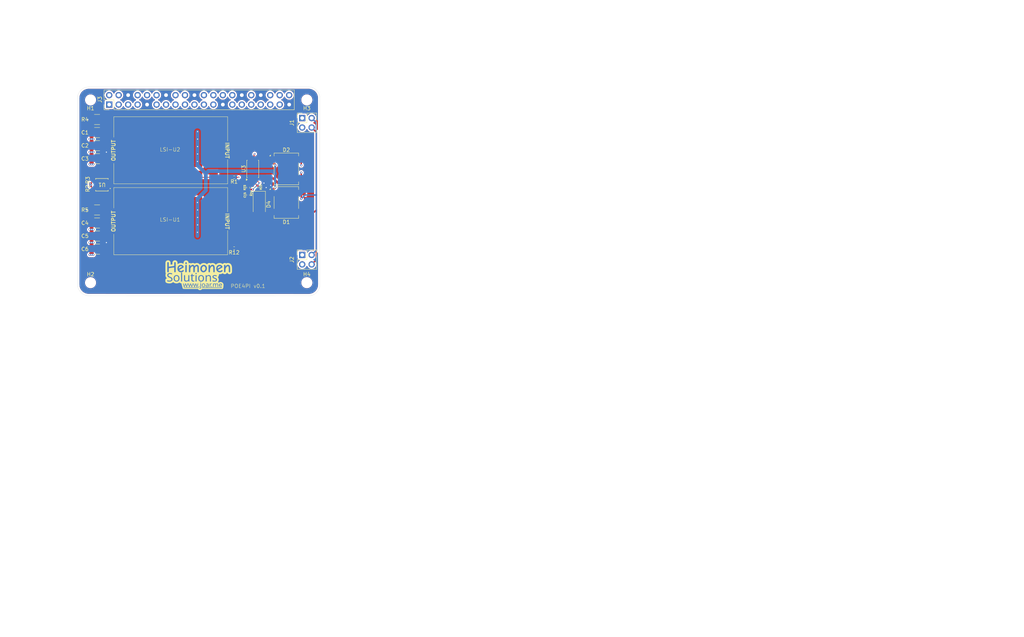
<source format=kicad_pcb>
(kicad_pcb (version 20241229) (generator "pcbnew") (generator_version "9.0")
  (layers (0 "F.Cu" signal) (4 "In1.Cu" signal) (6 "In2.Cu" signal) (2 "B.Cu" signal) (13 "F.Paste" user) (15 "B.Paste" user) (5 "F.SilkS" user "F.Silkscreen") (7 "B.SilkS" user "B.Silkscreen") (1 "F.Mask" user) (3 "B.Mask" user) (25 "Edge.Cuts" user))
  (net 0 "")
  (net 1 "GND")
  (net 2 "+5V")
  (net 3 "POE_V+")
  (net 4 "POE_V-")
  (net 5 "POE_PAIR_2+")
  (net 6 "POE_PAIR_2-")
  (net 7 "POE_PAIR_1-")
  (net 8 "POE_PAIR_1+")
  (net 9 "Net-(LSI-U1-VPP_OUT)")
  (net 13 "Net-(LSI-U1-S2)")
  (net 14 "Net-(LSI-U2-VPP_OUT)")
  (net 18 "Net-(LSI-U2-S2)")
  (net 19 "Net-(U3-PG)")
  (net 20 "Net-(U1-OUTA)")
  (net 21 "Net-(U1-OUTB)")
  (net 22 "Net-(U3-DET)")
  (net 23 "Net-(U3-ILIM)")
  (net 24 "Net-(U3-CLASS)")
  (net 30 "Net-(C1-Pad2)")
  (net 31 "Net-(C4-Pad2)")
  (footprint "footprints:DFN-10_DD_LIT" (layer "F.Cu") (at 34.5522 59.249999 180)
    (property "Reference" "U1" (at 0 0 180) (layer "F.SilkS"))
    (property "Value" "LTC4413EDD-2-PBF")
    (pad "1" smd rect (at -1.4478 -1.000001 180) (size 0.8128 0.254) (layers "F.Cu" "F.Mask" "F.Paste") (net 9 "Net-(LSI-U1-VPP_OUT)"))
    (pad "2" smd rect (at -1.4478 -0.499999 180) (size 0.8128 0.254) (layers "F.Cu" "F.Mask" "F.Paste") (net 1 "GND"))
    (pad "3" smd rect (at -1.4478 0 180) (size 0.8128 0.254) (layers "F.Cu" "F.Mask" "F.Paste") (net 1 "GND"))
    (pad "4" smd rect (at -1.4478 0.499999 180) (size 0.8128 0.254) (layers "F.Cu" "F.Mask" "F.Paste") (net 1 "GND"))
    (pad "5" smd rect (at -1.4478 1.000001 180) (size 0.8128 0.254) (layers "F.Cu" "F.Mask" "F.Paste") (net 14 "Net-(LSI-U2-VPP_OUT)"))
    (pad "6" smd rect (at 1.4478 1.000001 180) (size 0.8128 0.254) (layers "F.Cu" "F.Mask" "F.Paste") (net 21 "Net-(U1-OUTB)"))
    (pad "7" smd rect (at 1.4478 0.499999 180) (size 0.8128 0.254) (layers "F.Cu" "F.Mask" "F.Paste"))
    (pad "8" smd rect (at 1.4478 0 180) (size 0.8128 0.254) (layers "F.Cu" "F.Mask" "F.Paste"))
    (pad "9" smd rect (at 1.4478 -0.499999 180) (size 0.8128 0.254) (layers "F.Cu" "F.Mask" "F.Paste"))
    (pad "10" smd rect (at 1.4478 -1.000001 180) (size 0.8128 0.254) (layers "F.Cu" "F.Mask" "F.Paste") (net 20 "Net-(U1-OUTA)"))
    (pad "11" smd rect (at 0 0 180) (size 1.7526 2.4892) (layers "F.Cu" "F.Mask" "F.Paste"))
  )
  (footprint "logos:heimonen solutions small" (layer "F.Cu") (at 60.5 83.5)
    (property "Reference" "G***")
    (property "Value" "LOGO" (hide yes))
  )
  (footprint "lsi:lsi-powermodule-7" (layer "F.Cu") (at 64.25 75 180)
    (property "Reference" "LSI-U1" (at 11.45 6.4 0) (layer "F.SilkS") (effects (font (thickness 0.1))))
    (property "Value" "lsi-powermodule-7")
    (fp_text user "OUTPUT" (at 26 3 90) (layer "F.SilkS") (effects (font (thickness 0.2) (bold yes)) (justify left bottom)))
    (fp_text user "INPUT" (at -3.3 8.25 270) (layer "F.SilkS") (effects (font (thickness 0.2) (bold yes)) (justify left bottom)))
    (pad "1" smd rect (at -0.087024 1.998531 180) (size 2.58 1) (layers "F.Cu" "F.Mask" "F.Paste") (net 1 "GND"))
    (pad "1" smd rect (at -0.087024 3.998531 180) (size 2.58 1) (layers "F.Cu" "F.Mask" "F.Paste") (net 1 "GND"))
    (pad "1" smd rect (at -0.087024 5.998531 180) (size 2.58 1) (layers "F.Cu" "F.Mask" "F.Paste") (net 1 "GND"))
    (pad "1" smd rect (at -0.087024 7.998531 180) (size 2.58 1) (layers "F.Cu" "F.Mask" "F.Paste") (net 1 "GND"))
    (pad "1" smd rect (at -0.087024 9.998531 180) (size 2.58 1) (layers "F.Cu" "F.Mask" "F.Paste") (net 1 "GND"))
    (pad "1" smd rect (at -0.087024 11.998531 180) (size 2.58 1) (layers "F.Cu" "F.Mask" "F.Paste") (net 1 "GND"))
    (pad "2" smd rect (at 4.082976 1.998531 180) (size 2.58 1) (layers "F.Cu" "F.Mask" "F.Paste") (net 3 "POE_V+"))
    (pad "2" smd rect (at 4.082976 3.998531 180) (size 2.58 1) (layers "F.Cu" "F.Mask" "F.Paste") (net 3 "POE_V+"))
    (pad "2" smd rect (at 4.082976 5.998531 180) (size 2.58 1) (layers "F.Cu" "F.Mask" "F.Paste") (net 3 "POE_V+"))
    (pad "2" smd rect (at 4.082976 7.998531 180) (size 2.58 1) (layers "F.Cu" "F.Mask" "F.Paste") (net 3 "POE_V+"))
    (pad "2" smd rect (at 4.082976 9.998531 180) (size 2.58 1) (layers "F.Cu" "F.Mask" "F.Paste") (net 3 "POE_V+"))
    (pad "2" smd rect (at 4.082976 11.998531 180) (size 2.58 1) (layers "F.Cu" "F.Mask" "F.Paste") (net 3 "POE_V+"))
    (pad "3" smd rect (at 18.904985 2.005238 180) (size 2.58 1) (layers "F.Cu" "F.Mask" "F.Paste") (net 9 "Net-(LSI-U1-VPP_OUT)"))
    (pad "3" smd rect (at 18.904985 4.005238 180) (size 2.58 1) (layers "F.Cu" "F.Mask" "F.Paste") (net 9 "Net-(LSI-U1-VPP_OUT)"))
    (pad "3" smd rect (at 18.904985 6.005238 180) (size 2.58 1) (layers "F.Cu" "F.Mask" "F.Paste") (net 9 "Net-(LSI-U1-VPP_OUT)"))
    (pad "3" smd rect (at 18.904985 8.005238 180) (size 2.58 1) (layers "F.Cu" "F.Mask" "F.Paste") (net 9 "Net-(LSI-U1-VPP_OUT)"))
    (pad "3" smd rect (at 18.904985 10.005238 180) (size 2.58 1) (layers "F.Cu" "F.Mask" "F.Paste") (net 9 "Net-(LSI-U1-VPP_OUT)"))
    (pad "3" smd rect (at 18.904985 12.005238 180) (size 2.58 1) (layers "F.Cu" "F.Mask" "F.Paste") (net 9 "Net-(LSI-U1-VPP_OUT)"))
    (pad "4" smd rect (at 23.074985 2.005238 180) (size 2.58 1) (layers "F.Cu" "F.Mask" "F.Paste") (net 1 "GND"))
    (pad "4" smd rect (at 23.074985 4.005238 180) (size 2.58 1) (layers "F.Cu" "F.Mask" "F.Paste") (net 1 "GND"))
    (pad "4" smd rect (at 23.074985 6.005238 180) (size 2.58 1) (layers "F.Cu" "F.Mask" "F.Paste") (net 1 "GND"))
    (pad "4" smd rect (at 23.074985 8.005238 180) (size 2.58 1) (layers "F.Cu" "F.Mask" "F.Paste") (net 1 "GND"))
    (pad "4" smd rect (at 23.074985 10.005238 180) (size 2.58 1) (layers "F.Cu" "F.Mask" "F.Paste") (net 1 "GND"))
    (pad "4" smd rect (at 23.074985 12.005238 180) (size 2.58 1) (layers "F.Cu" "F.Mask" "F.Paste") (net 1 "GND"))
    (pad "5" smd rect (at -0.087024 -0.001469 180) (size 2.58 1) (layers "F.Cu" "F.Mask" "F.Paste"))
    (pad "6" smd rect (at 4.082976 -0.001469 180) (size 2.58 1) (layers "F.Cu" "F.Mask" "F.Paste") (net 13 "Net-(LSI-U1-S2)"))
    (pad "7" smd rect (at 18.904985 0.005238 180) (size 2.58 1) (layers "F.Cu" "F.Mask" "F.Paste"))
    (pad "8" smd rect (at 23.074985 0.005238 180) (size 2.58 1) (layers "F.Cu" "F.Mask" "F.Paste"))
  )
  (footprint "Resistor_SMD:R_1210_3225Metric" (layer "F.Cu") (at 33.25 66 180)
    (property "Reference" "R5" (at 3.25 0 0) (layer "F.SilkS"))
    (property "Value" "100m")
    (pad "1" smd roundrect (at -1.4625 0 180) (size 1.125 2.65) (layers "F.Cu" "F.Mask" "F.Paste") (roundrect_rratio 0.222222) (net 31 "Net-(C4-Pad2)"))
    (pad "2" smd roundrect (at 1.4625 0 180) (size 1.125 2.65) (layers "F.Cu" "F.Mask" "F.Paste") (roundrect_rratio 0.222222) (net 1 "GND"))
  )
  (footprint "Resistor_SMD:R_0402_1005Metric" (layer "F.Cu") (at 70 57.25 180)
    (property "Reference" "R1" (at 0 -1.17 0) (layer "F.SilkS"))
    (property "Value" "0")
    (pad "1" smd roundrect (at -0.51 0 180) (size 0.54 0.64) (layers "F.Cu" "F.Mask" "F.Paste") (net 19 "Net-(U3-PG)"))
    (pad "2" smd roundrect (at 0.51 0 180) (size 0.54 0.64) (layers "F.Cu" "F.Mask" "F.Paste") (net 18 "Net-(LSI-U2-S2)"))
  )
  (footprint "MountingHole:MountingHole_2.5mm" (layer "F.Cu") (at 31.5 36.5)
    (property "Reference" "H1" (at 0 2.25 0) (layer "F.SilkS"))
    (property "Value" "MountingHole")
    (pad "" np_thru_hole circle (at 0 0) (size 2.5 2.5) (drill 2.5) (layers "*.Cu" "*.Mask"))
  )
  (footprint "Capacitor_SMD:C_0402_1005Metric" (layer "F.Cu") (at 73.75 62 90)
    (property "Reference" "C15" (at 0 -0.85 90) (layer "F.SilkS") (effects (font (size 0.5 0.5) (thickness 0.125))))
    (property "Value" "100nF 100V")
    (pad "1" smd roundrect (at -0.48 0 90) (size 0.56 0.62) (layers "F.Cu" "F.Mask" "F.Paste") (net 3 "POE_V+"))
    (pad "2" smd roundrect (at 0.48 0 90) (size 0.56 0.62) (layers "F.Cu" "F.Mask" "F.Paste") (net 4 "POE_V-"))
  )
  (footprint "Connector_PinHeader_2.54mm:PinHeader_2x20_P2.54mm_Vertical" (layer "F.Cu") (at 36.5 37.75 90)
    (property "Reference" "J3" (at 1.35 -2.5 90) (layer "F.SilkS"))
    (property "Value" "Conn_02x20_Odd_Even")
    (pad "1" thru_hole rect (at 0 0 90) (size 1.7 1.7) (drill 1) (layers "*.Cu" "*.Mask"))
    (pad "2" thru_hole circle (at 2.54 0 90) (size 1.7 1.7) (drill 1) (layers "*.Cu" "*.Mask") (net 2 "+5V"))
    (pad "3" thru_hole circle (at 0 2.54 90) (size 1.7 1.7) (drill 1) (layers "*.Cu" "*.Mask"))
    (pad "4" thru_hole circle (at 2.54 2.54 90) (size 1.7 1.7) (drill 1) (layers "*.Cu" "*.Mask") (net 2 "+5V"))
    (pad "5" thru_hole circle (at 0 5.08 90) (size 1.7 1.7) (drill 1) (layers "*.Cu" "*.Mask"))
    (pad "6" thru_hole circle (at 2.54 5.08 90) (size 1.7 1.7) (drill 1) (layers "*.Cu" "*.Mask") (net 1 "GND"))
    (pad "7" thru_hole circle (at 0 7.62 90) (size 1.7 1.7) (drill 1) (layers "*.Cu" "*.Mask"))
    (pad "8" thru_hole circle (at 2.54 7.62 90) (size 1.7 1.7) (drill 1) (layers "*.Cu" "*.Mask"))
    (pad "9" thru_hole circle (at 0 10.16 90) (size 1.7 1.7) (drill 1) (layers "*.Cu" "*.Mask") (net 1 "GND"))
    (pad "10" thru_hole circle (at 2.54 10.16 90) (size 1.7 1.7) (drill 1) (layers "*.Cu" "*.Mask"))
    (pad "11" thru_hole circle (at 0 12.7 90) (size 1.7 1.7) (drill 1) (layers "*.Cu" "*.Mask"))
    (pad "12" thru_hole circle (at 2.54 12.7 90) (size 1.7 1.7) (drill 1) (layers "*.Cu" "*.Mask"))
    (pad "13" thru_hole circle (at 0 15.24 90) (size 1.7 1.7) (drill 1) (layers "*.Cu" "*.Mask"))
    (pad "14" thru_hole circle (at 2.54 15.24 90) (size 1.7 1.7) (drill 1) (layers "*.Cu" "*.Mask") (net 1 "GND"))
    (pad "15" thru_hole circle (at 0 17.78 90) (size 1.7 1.7) (drill 1) (layers "*.Cu" "*.Mask"))
    (pad "16" thru_hole circle (at 2.54 17.78 90) (size 1.7 1.7) (drill 1) (layers "*.Cu" "*.Mask"))
    (pad "17" thru_hole circle (at 0 20.32 90) (size 1.7 1.7) (drill 1) (layers "*.Cu" "*.Mask"))
    (pad "18" thru_hole circle (at 2.54 20.32 90) (size 1.7 1.7) (drill 1) (layers "*.Cu" "*.Mask"))
    (pad "19" thru_hole circle (at 0 22.86 90) (size 1.7 1.7) (drill 1) (layers "*.Cu" "*.Mask"))
    (pad "20" thru_hole circle (at 2.54 22.86 90) (size 1.7 1.7) (drill 1) (layers "*.Cu" "*.Mask") (net 1 "GND"))
    (pad "21" thru_hole circle (at 0 25.4 90) (size 1.7 1.7) (drill 1) (layers "*.Cu" "*.Mask"))
    (pad "22" thru_hole circle (at 2.54 25.4 90) (size 1.7 1.7) (drill 1) (layers "*.Cu" "*.Mask"))
    (pad "23" thru_hole circle (at 0 27.94 90) (size 1.7 1.7) (drill 1) (layers "*.Cu" "*.Mask"))
    (pad "24" thru_hole circle (at 2.54 27.94 90) (size 1.7 1.7) (drill 1) (layers "*.Cu" "*.Mask"))
    (pad "25" thru_hole circle (at 0 30.48 90) (size 1.7 1.7) (drill 1) (layers "*.Cu" "*.Mask") (net 1 "GND"))
    (pad "26" thru_hole circle (at 2.54 30.48 90) (size 1.7 1.7) (drill 1) (layers "*.Cu" "*.Mask"))
    (pad "27" thru_hole circle (at 0 33.02 90) (size 1.7 1.7) (drill 1) (layers "*.Cu" "*.Mask"))
    (pad "28" thru_hole circle (at 2.54 33.02 90) (size 1.7 1.7) (drill 1) (layers "*.Cu" "*.Mask"))
    (pad "29" thru_hole circle (at 0 35.56 90) (size 1.7 1.7) (drill 1) (layers "*.Cu" "*.Mask"))
    (pad "30" thru_hole circle (at 2.54 35.56 90) (size 1.7 1.7) (drill 1) (layers "*.Cu" "*.Mask") (net 1 "GND"))
    (pad "31" thru_hole circle (at 0 38.1 90) (size 1.7 1.7) (drill 1) (layers "*.Cu" "*.Mask"))
    (pad "32" thru_hole circle (at 2.54 38.1 90) (size 1.7 1.7) (drill 1) (layers "*.Cu" "*.Mask"))
    (pad "33" thru_hole circle (at 0 40.64 90) (size 1.7 1.7) (drill 1) (layers "*.Cu" "*.Mask"))
    (pad "34" thru_hole circle (at 2.54 40.64 90) (size 1.7 1.7) (drill 1) (layers "*.Cu" "*.Mask") (net 1 "GND"))
    (pad "35" thru_hole circle (at 0 43.18 90) (size 1.7 1.7) (drill 1) (layers "*.Cu" "*.Mask"))
    (pad "36" thru_hole circle (at 2.54 43.18 90) (size 1.7 1.7) (drill 1) (layers "*.Cu" "*.Mask"))
    (pad "37" thru_hole circle (at 0 45.72 90) (size 1.7 1.7) (drill 1) (layers "*.Cu" "*.Mask"))
    (pad "38" thru_hole circle (at 2.54 45.72 90) (size 1.7 1.7) (drill 1) (layers "*.Cu" "*.Mask"))
    (pad "39" thru_hole circle (at 0 48.26 90) (size 1.7 1.7) (drill 1) (layers "*.Cu" "*.Mask") (net 1 "GND"))
    (pad "40" thru_hole circle (at 2.54 48.26 90) (size 1.7 1.7) (drill 1) (layers "*.Cu" "*.Mask"))
  )
  (footprint "Diode_SMD:Diode_Bridge_OnSemi_SDIP-4L" (layer "F.Cu") (at 84 55)
    (property "Reference" "D2" (at 0 -5.1 0) (layer "F.SilkS"))
    (property "Value" "DF01S")
    (pad "1" smd rect (at -4.45 -2.55) (size 1.5 1.3) (layers "F.Cu" "F.Mask" "F.Paste") (net 3 "POE_V+"))
    (pad "2" smd rect (at -4.45 2.55) (size 1.5 1.3) (layers "F.Cu" "F.Mask" "F.Paste") (net 4 "POE_V-"))
    (pad "3" smd rect (at 4.45 2.55) (size 1.5 1.3) (layers "F.Cu" "F.Mask" "F.Paste") (net 8 "POE_PAIR_1+"))
    (pad "4" smd rect (at 4.45 -2.55) (size 1.5 1.3) (layers "F.Cu" "F.Mask" "F.Paste") (net 7 "POE_PAIR_1-"))
  )
  (footprint "Resistor_SMD:R_0402_1005Metric" (layer "F.Cu") (at 70 76.25 180)
    (property "Reference" "R12" (at 0 -1.17 0) (layer "F.SilkS"))
    (property "Value" "0")
    (pad "1" smd roundrect (at -0.51 0 180) (size 0.54 0.64) (layers "F.Cu" "F.Mask" "F.Paste") (net 19 "Net-(U3-PG)"))
    (pad "2" smd roundrect (at 0.51 0 180) (size 0.54 0.64) (layers "F.Cu" "F.Mask" "F.Paste") (net 13 "Net-(LSI-U1-S2)"))
  )
  (footprint "Resistor_SMD:R_0402_1005Metric" (layer "F.Cu") (at 76.25 59.99 -90)
    (property "Reference" "R22" (at -0.09 -0.95 90) (layer "F.SilkS") (effects (font (size 0.5 0.5) (thickness 0.125))))
    (property "Value" "24.9K")
    (pad "1" smd roundrect (at -0.51 0 270) (size 0.54 0.64) (layers "F.Cu" "F.Mask" "F.Paste") (net 22 "Net-(U3-DET)"))
    (pad "2" smd roundrect (at 0.51 0 270) (size 0.54 0.64) (layers "F.Cu" "F.Mask" "F.Paste") (net 3 "POE_V+"))
  )
  (footprint "Capacitor_SMD:C_1210_3225Metric" (layer "F.Cu") (at 33.25 48.75)
    (property "Reference" "C2" (at -3.25 0 0) (layer "F.SilkS"))
    (property "Value" "47 uf")
    (pad "1" smd roundrect (at -1.475 0) (size 1.15 2.7) (layers "F.Cu" "F.Mask" "F.Paste") (roundrect_rratio 0.217391) (net 2 "+5V"))
    (pad "2" smd roundrect (at 1.475 0) (size 1.15 2.7) (layers "F.Cu" "F.Mask" "F.Paste") (roundrect_rratio 0.217391) (net 1 "GND"))
  )
  (footprint "Resistor_SMD:R_1210_3225Metric" (layer "F.Cu") (at 33.25 41.75 180)
    (property "Reference" "R4" (at 3.25 0 0) (layer "F.SilkS"))
    (property "Value" "100m")
    (pad "1" smd roundrect (at -1.4625 0 180) (size 1.125 2.65) (layers "F.Cu" "F.Mask" "F.Paste") (roundrect_rratio 0.222222) (net 30 "Net-(C1-Pad2)"))
    (pad "2" smd roundrect (at 1.4625 0 180) (size 1.125 2.65) (layers "F.Cu" "F.Mask" "F.Paste") (roundrect_rratio 0.222222) (net 1 "GND"))
  )
  (footprint "MountingHole:MountingHole_2.5mm" (layer "F.Cu") (at 89.5 85.5)
    (property "Reference" "H4" (at 0 -2.25 0) (layer "F.SilkS"))
    (property "Value" "MountingHole")
    (pad "" np_thru_hole circle (at 0 0) (size 2.5 2.5) (drill 2.5) (layers "*.Cu" "*.Mask"))
  )
  (footprint "MountingHole:MountingHole_2.5mm" (layer "F.Cu") (at 89.5 36.5)
    (property "Reference" "H3" (at 0 2.25 0) (layer "F.SilkS"))
    (property "Value" "MountingHole")
    (pad "" np_thru_hole circle (at 0 0) (size 2.5 2.5) (drill 2.5) (layers "*.Cu" "*.Mask"))
  )
  (footprint "lsi:lsi-powermodule-7" (layer "F.Cu") (at 64.25 56 180)
    (property "Reference" "LSI-U2" (at 11.45 6.2 0) (layer "F.SilkS") (effects (font (thickness 0.1))))
    (property "Value" "lsi-powermodule-7")
    (fp_text user "INPUT" (at -3.3 8.25 270) (layer "F.SilkS") (effects (font (thickness 0.2) (bold yes)) (justify left bottom)))
    (fp_text user "OUTPUT" (at 26 3 90) (layer "F.SilkS") (effects (font (thickness 0.2) (bold yes)) (justify left bottom)))
    (pad "1" smd rect (at -0.087024 1.998531 180) (size 2.58 1) (layers "F.Cu" "F.Mask" "F.Paste") (net 1 "GND"))
    (pad "1" smd rect (at -0.087024 3.998531 180) (size 2.58 1) (layers "F.Cu" "F.Mask" "F.Paste") (net 1 "GND"))
    (pad "1" smd rect (at -0.087024 5.998531 180) (size 2.58 1) (layers "F.Cu" "F.Mask" "F.Paste") (net 1 "GND"))
    (pad "1" smd rect (at -0.087024 7.998531 180) (size 2.58 1) (layers "F.Cu" "F.Mask" "F.Paste") (net 1 "GND"))
    (pad "1" smd rect (at -0.087024 9.998531 180) (size 2.58 1) (layers "F.Cu" "F.Mask" "F.Paste") (net 1 "GND"))
    (pad "1" smd rect (at -0.087024 11.998531 180) (size 2.58 1) (layers "F.Cu" "F.Mask" "F.Paste") (net 1 "GND"))
    (pad "2" smd rect (at 4.082976 1.998531 180) (size 2.58 1) (layers "F.Cu" "F.Mask" "F.Paste") (net 3 "POE_V+"))
    (pad "2" smd rect (at 4.082976 3.998531 180) (size 2.58 1) (layers "F.Cu" "F.Mask" "F.Paste") (net 3 "POE_V+"))
    (pad "2" smd rect (at 4.082976 5.998531 180) (size 2.58 1) (layers "F.Cu" "F.Mask" "F.Paste") (net 3 "POE_V+"))
    (pad "2" smd rect (at 4.082976 7.998531 180) (size 2.58 1) (layers "F.Cu" "F.Mask" "F.Paste") (net 3 "POE_V+"))
    (pad "2" smd rect (at 4.082976 9.998531 180) (size 2.58 1) (layers "F.Cu" "F.Mask" "F.Paste") (net 3 "POE_V+"))
    (pad "2" smd rect (at 4.082976 11.998531 180) (size 2.58 1) (layers "F.Cu" "F.Mask" "F.Paste") (net 3 "POE_V+"))
    (pad "3" smd rect (at 18.904985 2.005238 180) (size 2.58 1) (layers "F.Cu" "F.Mask" "F.Paste") (net 14 "Net-(LSI-U2-VPP_OUT)"))
    (pad "3" smd rect (at 18.904985 4.005238 180) (size 2.58 1) (layers "F.Cu" "F.Mask" "F.Paste") (net 14 "Net-(LSI-U2-VPP_OUT)"))
    (pad "3" smd rect (at 18.904985 6.005238 180) (size 2.58 1) (layers "F.Cu" "F.Mask" "F.Paste") (net 14 "Net-(LSI-U2-VPP_OUT)"))
    (pad "3" smd rect (at 18.904985 8.005238 180) (size 2.58 1) (layers "F.Cu" "F.Mask" "F.Paste") (net 14 "Net-(LSI-U2-VPP_OUT)"))
    (pad "3" smd rect (at 18.904985 10.005238 180) (size 2.58 1) (layers "F.Cu" "F.Mask" "F.Paste") (net 14 "Net-(LSI-U2-VPP_OUT)"))
    (pad "3" smd rect (at 18.904985 12.005238 180) (size 2.58 1) (layers "F.Cu" "F.Mask" "F.Paste") (net 14 "Net-(LSI-U2-VPP_OUT)"))
    (pad "4" smd rect (at 23.074985 2.005238 180) (size 2.58 1) (layers "F.Cu" "F.Mask" "F.Paste") (net 1 "GND"))
    (pad "4" smd rect (at 23.074985 4.005238 180) (size 2.58 1) (layers "F.Cu" "F.Mask" "F.Paste") (net 1 "GND"))
    (pad "4" smd rect (at 23.074985 6.005238 180) (size 2.58 1) (layers "F.Cu" "F.Mask" "F.Paste") (net 1 "GND"))
    (pad "4" smd rect (at 23.074985 8.005238 180) (size 2.58 1) (layers "F.Cu" "F.Mask" "F.Paste") (net 1 "GND"))
    (pad "4" smd rect (at 23.074985 10.005238 180) (size 2.58 1) (layers "F.Cu" "F.Mask" "F.Paste") (net 1 "GND"))
    (pad "4" smd rect (at 23.074985 12.005238 180) (size 2.58 1) (layers "F.Cu" "F.Mask" "F.Paste") (net 1 "GND"))
    (pad "5" smd rect (at -0.087024 -0.001469 180) (size 2.58 1) (layers "F.Cu" "F.Mask" "F.Paste"))
    (pad "6" smd rect (at 4.082976 -0.001469 180) (size 2.58 1) (layers "F.Cu" "F.Mask" "F.Paste") (net 18 "Net-(LSI-U2-S2)"))
    (pad "7" smd rect (at 18.904985 0.005238 180) (size 2.58 1) (layers "F.Cu" "F.Mask" "F.Paste"))
    (pad "8" smd rect (at 23.074985 0.005238 180) (size 2.58 1) (layers "F.Cu" "F.Mask" "F.Paste"))
  )
  (footprint "Resistor_SMD:R_01005_0402Metric" (layer "F.Cu") (at 31.75 58.5 -90)
    (property "Reference" "R3" (at -0.5 1 90) (layer "F.SilkS"))
    (property "Value" "20m")
    (pad "1" smd roundrect (at -0.25 0 270) (size 0.4 0.3) (layers "F.Cu" "F.Mask") (net 21 "Net-(U1-OUTB)"))
    (pad "2" smd roundrect (at 0.25 0 270) (size 0.4 0.3) (layers "F.Cu" "F.Mask") (net 2 "+5V"))
  )
  (footprint "Capacitor_SMD:C_1210_3225Metric" (layer "F.Cu") (at 33.25 76.5)
    (property "Reference" "C6" (at -3.25 0 0) (layer "F.SilkS"))
    (property "Value" "47 uf")
    (pad "1" smd roundrect (at -1.475 0) (size 1.15 2.7) (layers "F.Cu" "F.Mask" "F.Paste") (roundrect_rratio 0.217391) (net 2 "+5V"))
    (pad "2" smd roundrect (at 1.475 0) (size 1.15 2.7) (layers "F.Cu" "F.Mask" "F.Paste") (roundrect_rratio 0.217391) (net 1 "GND"))
  )
  (footprint "Diode_SMD:Diode_Bridge_OnSemi_SDIP-4L" (layer "F.Cu") (at 84 64)
    (property "Reference" "D1" (at 0 5.25 0) (layer "F.SilkS"))
    (property "Value" "DF01S")
    (pad "1" smd rect (at -4.45 -2.55) (size 1.5 1.3) (layers "F.Cu" "F.Mask" "F.Paste") (net 3 "POE_V+"))
    (pad "2" smd rect (at -4.45 2.55) (size 1.5 1.3) (layers "F.Cu" "F.Mask" "F.Paste") (net 4 "POE_V-"))
    (pad "3" smd rect (at 4.45 2.55) (size 1.5 1.3) (layers "F.Cu" "F.Mask" "F.Paste") (net 5 "POE_PAIR_2+"))
    (pad "4" smd rect (at 4.45 -2.55) (size 1.5 1.3) (layers "F.Cu" "F.Mask" "F.Paste") (net 6 "POE_PAIR_2-"))
  )
  (footprint "Connector_PinSocket_2.54mm:PinSocket_2x02_P2.54mm_Vertical" (layer "F.Cu") (at 88.25 78.06 90)
    (property "Reference" "J2" (at -1.27 -2.77 90) (layer "F.SilkS"))
    (property "Value" "Conn_02x02_Odd_Even")
    (pad "1" thru_hole rect (at 0 0 90) (size 1.7 1.7) (drill 1) (layers "*.Cu" "*.Mask") (net 7 "POE_PAIR_1-"))
    (pad "2" thru_hole circle (at -2.54 0 90) (size 1.7 1.7) (drill 1) (layers "*.Cu" "*.Mask") (net 8 "POE_PAIR_1+"))
    (pad "3" thru_hole circle (at 0 2.54 90) (size 1.7 1.7) (drill 1) (layers "*.Cu" "*.Mask") (net 6 "POE_PAIR_2-"))
    (pad "4" thru_hole circle (at -2.54 2.54 90) (size 1.7 1.7) (drill 1) (layers "*.Cu" "*.Mask") (net 5 "POE_PAIR_2+"))
  )
  (footprint "Resistor_SMD:R_0402_1005Metric" (layer "F.Cu") (at 73.75 60 -90)
    (property "Reference" "R23" (at 0 0.9 90) (layer "F.SilkS") (effects (font (size 0.5 0.5) (thickness 0.125))))
    (property "Value" "180K")
    (pad "1" smd roundrect (at -0.51 0 270) (size 0.54 0.64) (layers "F.Cu" "F.Mask" "F.Paste") (net 23 "Net-(U3-ILIM)"))
    (pad "2" smd roundrect (at 0.51 0 270) (size 0.54 0.64) (layers "F.Cu" "F.Mask" "F.Paste") (net 4 "POE_V-"))
  )
  (footprint "Resistor_SMD:R_0402_1005Metric" (layer "F.Cu") (at 75 60 -90)
    (property "Reference" "R24" (at 1.55 0.35 90) (layer "F.SilkS") (effects (font (size 0.5 0.5) (thickness 0.125))))
    (property "Value" "4.42K")
    (pad "1" smd roundrect (at -0.51 0 270) (size 0.54 0.64) (layers "F.Cu" "F.Mask" "F.Paste") (net 24 "Net-(U3-CLASS)"))
    (pad "2" smd roundrect (at 0.51 0 270) (size 0.54 0.64) (layers "F.Cu" "F.Mask" "F.Paste") (net 4 "POE_V-"))
  )
  (footprint "Capacitor_SMD:C_1210_3225Metric" (layer "F.Cu") (at 33.25 69.5)
    (property "Reference" "C4" (at -3.25 0 0) (layer "F.SilkS"))
    (property "Value" "47 uf")
    (pad "1" smd roundrect (at -1.475 0) (size 1.15 2.7) (layers "F.Cu" "F.Mask" "F.Paste") (roundrect_rratio 0.217391) (net 2 "+5V"))
    (pad "2" smd roundrect (at 1.475 0) (size 1.15 2.7) (layers "F.Cu" "F.Mask" "F.Paste") (roundrect_rratio 0.217391) (net 31 "Net-(C4-Pad2)"))
  )
  (footprint "Capacitor_SMD:C_1210_3225Metric" (layer "F.Cu") (at 33.25 52.25)
    (property "Reference" "C3" (at -3.25 0 0) (layer "F.SilkS"))
    (property "Value" "47 uf")
    (pad "1" smd roundrect (at -1.475 0) (size 1.15 2.7) (layers "F.Cu" "F.Mask" "F.Paste") (roundrect_rratio 0.217391) (net 2 "+5V"))
    (pad "2" smd roundrect (at 1.475 0) (size 1.15 2.7) (layers "F.Cu" "F.Mask" "F.Paste") (roundrect_rratio 0.217391) (net 1 "GND"))
  )
  (footprint "Diode_SMD:D_SMA" (layer "F.Cu") (at 76.75 64.5 -90)
    (property "Reference" "D4" (at 0 -2.5 90) (layer "F.SilkS"))
    (property "Value" "SMAJ58A")
    (pad "1" smd roundrect (at -2 0 270) (size 2.5 1.8) (layers "F.Cu" "F.Mask" "F.Paste") (roundrect_rratio 0.1388888889) (net 3 "POE_V+"))
    (pad "2" smd roundrect (at 2 0 270) (size 2.5 1.8) (layers "F.Cu" "F.Mask" "F.Paste") (roundrect_rratio 0.1388888889) (net 4 "POE_V-"))
  )
  (footprint "Capacitor_SMD:C_1210_3225Metric" (layer "F.Cu") (at 33.25 45.25)
    (property "Reference" "C1" (at -3.25 0 0) (layer "F.SilkS"))
    (property "Value" "47 uf")
    (pad "1" smd roundrect (at -1.475 0) (size 1.15 2.7) (layers "F.Cu" "F.Mask" "F.Paste") (roundrect_rratio 0.217391) (net 2 "+5V"))
    (pad "2" smd roundrect (at 1.475 0) (size 1.15 2.7) (layers "F.Cu" "F.Mask" "F.Paste") (roundrect_rratio 0.217391) (net 30 "Net-(C1-Pad2)"))
  )
  (footprint "Capacitor_SMD:C_1210_3225Metric" (layer "F.Cu") (at 33.25 73)
    (property "Reference" "C5" (at -3.25 0 0) (layer "F.SilkS"))
    (property "Value" "47 uf")
    (pad "1" smd roundrect (at -1.475 0) (size 1.15 2.7) (layers "F.Cu" "F.Mask" "F.Paste") (roundrect_rratio 0.217391) (net 2 "+5V"))
    (pad "2" smd roundrect (at 1.475 0) (size 1.15 2.7) (layers "F.Cu" "F.Mask" "F.Paste") (roundrect_rratio 0.217391) (net 1 "GND"))
  )
  (footprint "Package_SO:TSSOP-8_4.4x3mm_P0.65mm" (layer "F.Cu") (at 75 55 90)
    (property "Reference" "U3" (at 0 -2.45 90) (layer "F.SilkS"))
    (property "Value" "TPS2375-1")
    (pad "1" smd roundrect (at -2.8625 -0.975 90) (size 1.475 0.4) (layers "F.Cu" "F.Mask" "F.Paste") (net 23 "Net-(U3-ILIM)"))
    (pad "2" smd roundrect (at -2.8625 -0.325 90) (size 1.475 0.4) (layers "F.Cu" "F.Mask" "F.Paste") (net 24 "Net-(U3-CLASS)"))
    (pad "3" smd roundrect (at -2.8625 0.325 90) (size 1.475 0.4) (layers "F.Cu" "F.Mask" "F.Paste") (net 22 "Net-(U3-DET)"))
    (pad "4" smd roundrect (at -2.8625 0.975 90) (size 1.475 0.4) (layers "F.Cu" "F.Mask" "F.Paste") (net 4 "POE_V-"))
    (pad "5" smd roundrect (at 2.8625 0.975 90) (size 1.475 0.4) (layers "F.Cu" "F.Mask" "F.Paste") (net 1 "GND"))
    (pad "6" smd roundrect (at 2.8625 0.325 90) (size 1.475 0.4) (layers "F.Cu" "F.Mask" "F.Paste") (net 19 "Net-(U3-PG)"))
    (pad "7" smd roundrect (at 2.8625 -0.325 90) (size 1.475 0.4) (layers "F.Cu" "F.Mask" "F.Paste"))
    (pad "8" smd roundrect (at 2.8625 -0.975 90) (size 1.475 0.4) (layers "F.Cu" "F.Mask" "F.Paste") (net 3 "POE_V+"))
  )
  (footprint "Resistor_SMD:R_01005_0402Metric" (layer "F.Cu") (at 31.75 60 90)
    (property "Reference" "R2" (at -0.25 -1 90) (layer "F.SilkS"))
    (property "Value" "20m")
    (pad "1" smd roundrect (at -0.25 0 90) (size 0.4 0.3) (layers "F.Cu" "F.Mask") (net 20 "Net-(U1-OUTA)"))
    (pad "2" smd roundrect (at 0.25 0 90) (size 0.4 0.3) (layers "F.Cu" "F.Mask") (net 2 "+5V"))
  )
  (footprint "Connector_PinSocket_2.54mm:PinSocket_2x02_P2.54mm_Vertical" (layer "F.Cu") (at 88.25 41.36 90)
    (property "Reference" "J1" (at -1.27 -2.77 90) (layer "F.SilkS"))
    (property "Value" "Conn_02x02_Odd_Even")
    (pad "1" thru_hole rect (at 0 0 90) (size 1.7 1.7) (drill 1) (layers "*.Cu" "*.Mask") (net 7 "POE_PAIR_1-"))
    (pad "2" thru_hole circle (at -2.54 0 90) (size 1.7 1.7) (drill 1) (layers "*.Cu" "*.Mask") (net 8 "POE_PAIR_1+"))
    (pad "3" thru_hole circle (at 0 2.54 90) (size 1.7 1.7) (drill 1) (layers "*.Cu" "*.Mask") (net 6 "POE_PAIR_2-"))
    (pad "4" thru_hole circle (at -2.54 2.54 90) (size 1.7 1.7) (drill 1) (layers "*.Cu" "*.Mask") (net 5 "POE_PAIR_2+"))
  )
  (footprint "MountingHole:MountingHole_2.5mm" (layer "F.Cu") (at 31.5 85.5)
    (property "Reference" "H2" (at 0 -2.25 0) (layer "F.SilkS"))
    (property "Value" "MountingHole")
    (pad "" np_thru_hole circle (at 0 0) (size 2.5 2.5) (drill 2.5) (layers "*.Cu" "*.Mask"))
  )
  (gr_line (start 28.02132 36.02132) (end 28.02132 85.9787) (stroke (width 0.05)) (layer "Edge.Cuts"))
  (gr_line (start 31.0213 88.97868) (end 90 89) (stroke (width 0.05)) (layer "Edge.Cuts"))
  (gr_line (start 93 86) (end 92.97868 36.02132) (stroke (width 0.05)) (layer "Edge.Cuts"))
  (gr_arc (start 28.02132 36.02132) (mid 28.9 33.9) (end 31.02132 33.02132) (stroke (width 0.05)) (layer "Edge.Cuts"))
  (gr_arc (start 89.97868 33.02132) (mid 92.1 33.9) (end 92.97868 36.02132) (stroke (width 0.05)) (layer "Edge.Cuts"))
  (gr_arc (start 93 86) (mid 92.12132 88.12132) (end 90 89) (stroke (width 0.05)) (layer "Edge.Cuts"))
  (gr_arc (start 31.02132 88.97868) (mid 28.9 88.1) (end 28.02132 85.97868) (stroke (width 0.05)) (layer "Edge.Cuts"))
  (gr_line (start 31.02132 33.02132) (end 89.9787 33.02132) (stroke (width 0.05)) (layer "Edge.Cuts"))
  (gr_text "POE4PI v0.1" (at 69 87 0) (layer "F.SilkS") (effects (font (size 1 1) (thickness 0.1)) (justify left bottom)))
  (segment (start 34.725 48.75) (end 34.725 50.5) (width 0.8) (layer "F.Cu") (net 1))
  (segment (start 34.725 50.5) (end 34.725 52.25) (width 0.8) (layer "F.Cu") (net 1))
  (segment (start 31.7875 66) (end 30.5 66) (width 0.8) (layer "F.Cu") (net 1))
  (segment (start 34.725 74.75) (end 34.725 76.5) (width 0.8) (layer "F.Cu") (net 1))
  (segment (start 34.725 73) (end 34.725 74.75) (width 0.8) (layer "F.Cu") (net 1))
  (segment (start 34.725 74.75) (end 35.75 74.75) (width 0.8) (layer "F.Cu") (net 1))
  (segment (start 31.7875 41.75) (end 30.75 41.75) (width 0.8) (layer "F.Cu") (net 1))
  (segment (start 34.725 50.5) (end 35.75 50.5) (width 0.8) (layer "F.Cu") (net 1))
  (via (at 35.75 50.5) (size 0.6) (drill 0.3) (layers "F.Cu" "B.Cu") (net 1))
  (via (at 78.6 60) (size 0.6) (drill 0.3) (layers "F.Cu" "B.Cu") (net 1))
  (via (at 35.75 74.75) (size 0.6) (drill 0.3) (layers "F.Cu" "B.Cu") (net 1))
  (via (at 30.5 66) (size 0.6) (drill 0.3) (layers "F.Cu" "B.Cu") (net 1))
  (via (at 78 58.8) (size 0.6) (drill 0.3) (layers "F.Cu" "B.Cu") (net 1))
  (via (at 30.75 41.75) (size 0.6) (drill 0.3) (layers "F.Cu" "B.Cu") (net 1))
  (via (at 79.8 59.4) (size 0.6) (drill 0.3) (layers "F.Cu" "B.Cu") (net 1))
  (segment (start 31.75 58.75) (end 31.25 58.75) (width 0.2) (layer "F.Cu") (net 2))
  (segment (start 31.75 59.25) (end 31.25 58.75) (width 0.2) (layer "F.Cu") (net 2))
  (segment (start 31.75 59.25) (end 31.25 59.75) (width 0.2) (layer "F.Cu") (net 2))
  (segment (start 31.75 58.75) (end 31.75 59.25) (width 0.2) (layer "F.Cu") (net 2))
  (segment (start 31.775 45.25) (end 31.775 48.75) (width 0.8) (layer "F.Cu") (net 2))
  (segment (start 31.75 59.75) (end 31.75 59.25) (width 0.2) (layer "F.Cu") (net 2))
  (segment (start 31.75 59.25) (end 31.25 59.25) (width 0.2) (layer "F.Cu") (net 2))
  (segment (start 31.775 69.5) (end 31.775 76.5) (width 0.8) (layer "F.Cu") (net 2))
  (segment (start 31.75 59.75) (end 31.25 59.75) (width 0.2) (layer "F.Cu") (net 2))
  (segment (start 31.775 52.25) (end 31.775 48.75) (width 0.8) (layer "F.Cu") (net 2))
  (segment (start 31.25 58.75) (end 31.25 59.75) (width 0.2) (layer "F.Cu") (net 2))
  (via (at 31.75 50.5) (size 0.6) (drill 0.3) (layers "F.Cu" "B.Cu") (net 2))
  (via (at 32.25 53.75) (size 0.6) (drill 0.3) (layers "F.Cu" "B.Cu") (net 2))
  (via (at 31.75 59.25) (size 0.4) (drill 0.2) (layers "F.Cu" "B.Cu") (net 2))
  (via (at 31.75 74.75) (size 0.6) (drill 0.3) (layers "F.Cu" "B.Cu") (net 2))
  (via (at 32.25 74.75) (size 0.6) (drill 0.3) (layers "F.Cu" "B.Cu") (net 2))
  (via (at 31.25 74.75) (size 0.6) (drill 0.3) (layers "F.Cu" "B.Cu") (net 2))
  (via (at 31.775 71.25) (size 0.6) (drill 0.3) (layers "F.Cu" "B.Cu") (net 2))
  (via (at 31.25 78) (size 0.6) (drill 0.3) (layers "F.Cu" "B.Cu") (net 2))
  (via (at 31.25 59.25) (size 0.4) (drill 0.2) (layers "F.Cu" "B.Cu") (net 2))
  (via (at 32.25 47) (size 0.6) (drill 0.3) (layers "F.Cu" "B.Cu") (net 2))
  (via (at 31.75 78) (size 0.6) (drill 0.3) (layers "F.Cu" "B.Cu") (net 2))
  (via (at 31.25 50.5) (size 0.6) (drill 0.3) (layers "F.Cu" "B.Cu") (net 2))
  (via (at 31.25 58.75) (size 0.4) (drill 0.2) (layers "F.Cu" "B.Cu") (net 2))
  (via (at 32.25 71.25) (size 0.6) (drill 0.3) (layers "F.Cu" "B.Cu") (net 2))
  (via (at 31.25 59.75) (size 0.4) (drill 0.2) (layers "F.Cu" "B.Cu") (net 2))
  (via (at 31.5 59.5) (size 0.4) (drill 0.2) (layers "F.Cu" "B.Cu") (net 2))
  (via (at 31.25 53.75) (size 0.6) (drill 0.3) (layers "F.Cu" "B.Cu") (net 2))
  (via (at 31.75 53.75) (size 0.6) (drill 0.3) (layers "F.Cu" "B.Cu") (net 2))
  (via (at 31.5 59) (size 0.4) (drill 0.2) (layers "F.Cu" "B.Cu") (net 2))
  (via (at 31.25 47) (size 0.6) (drill 0.3) (layers "F.Cu" "B.Cu") (net 2))
  (via (at 32.25 50.5) (size 0.6) (drill 0.3) (layers "F.Cu" "B.Cu") (net 2))
  (via (at 32.25 78) (size 0.6) (drill 0.3) (layers "F.Cu" "B.Cu") (net 2))
  (via (at 31.25 71.25) (size 0.6) (drill 0.3) (layers "F.Cu" "B.Cu") (net 2))
  (via (at 31.75 47) (size 0.6) (drill 0.3) (layers "F.Cu" "B.Cu") (net 2))
  (segment (start 81 54) (end 81 53.9) (width 0.6) (layer "F.Cu") (net 3))
  (segment (start 60.167024 53) (end 60.167024 44.001469) (width 2) (layer "F.Cu") (net 3))
  (segment (start 81 53.9) (end 79.55 52.45) (width 0.6) (layer "F.Cu") (net 3))
  (segment (start 73.75 62.48) (end 76.73 62.48) (width 0.4) (layer "F.Cu") (net 3))
  (segment (start 76.73 62.48) (end 76.75 62.5) (width 0.4) (layer "F.Cu") (net 3))
  (segment (start 60.167024 73.001469) (end 60.167024 64) (width 2) (layer "F.Cu") (net 3))
  (segment (start 77.2 61.45) (end 76.25 60.5) (width 0.6) (layer "F.Cu") (net 3))
  (segment (start 78.724 53.276) (end 74.364708 53.276) (width 0.4) (layer "F.Cu") (net 3))
  (segment (start 73.77 62.5) (end 73.75 62.48) (width 0.2) (layer "F.Cu") (net 3))
  (segment (start 79.55 52.45) (end 78.724 53.276) (width 0.4) (layer "F.Cu") (net 3))
  (segment (start 79.55 61.45) (end 77.2 61.45) (width 0.6) (layer "F.Cu") (net 3))
  (segment (start 74.364708 53.276) (end 74.025 52.936292) (width 0.4) (layer "F.Cu") (net 3))
  (segment (start 74.025 52.936292) (end 74.025 52.1375) (width 0.4) (layer "F.Cu") (net 3))
  (segment (start 79.55 61.45) (end 81 60) (width 0.6) (layer "F.Cu") (net 3))
  (via (at 81 60) (size 0.6) (drill 0.3) (layers "F.Cu" "B.Cu") (net 3))
  (via (at 60.2 70) (size 0.6) (drill 0.3) (layers "F.Cu" "B.Cu") (net 3))
  (via (at 60.2 51) (size 0.6) (drill 0.3) (layers "F.Cu" "B.Cu") (net 3))
  (via (at 60.2 45) (size 0.6) (drill 0.3) (layers "F.Cu" "B.Cu") (net 3))
  (via (at 60.2 47) (size 0.6) (drill 0.3) (layers "F.Cu" "B.Cu") (net 3))
  (via (at 81 54) (size 0.6) (drill 0.3) (layers "F.Cu" "B.Cu") (net 3))
  (via (at 60.167024 64) (size 0.6) (drill 0.3) (layers "F.Cu" "B.Cu") (net 3))
  (via (at 60.2 49) (size 0.6) (drill 0.3) (layers "F.Cu" "B.Cu") (net 3))
  (via (at 60.2 66) (size 0.6) (drill 0.3) (layers "F.Cu" "B.Cu") (net 3))
  (via (at 60.2 68) (size 0.6) (drill 0.3) (layers "F.Cu" "B.Cu") (net 3))
  (via (at 60.167024 72) (size 0.6) (drill 0.3) (layers "F.Cu" "B.Cu") (net 3))
  (via (at 60.167024 53) (size 0.6) (drill 0.3) (layers "F.Cu" "B.Cu") (net 3))
  (segment (start 81 56.25) (end 80.35 55.6) (width 1) (layer "B.Cu") (net 3))
  (segment (start 60.167024 54.001469) (end 60.167024 53) (width 1) (layer "B.Cu") (net 3))
  (segment (start 60.167024 45.032976) (end 60.2 45) (width 0.6) (layer "B.Cu") (net 3))
  (segment (start 62.415555 56.25) (end 60.167024 54.001469) (width 1) (layer "B.Cu") (net 3))
  (segment (start 80.35 55.6) (end 63.065555 55.6) (width 1) (layer "B.Cu") (net 3))
  (segment (start 63.065555 55.6) (end 62.415555 56.25) (width 1) (layer "B.Cu") (net 3))
  (segment (start 81 56.25) (end 81 54) (width 0.6) (layer "B.Cu") (net 3))
  (segment (start 60.167024 64) (end 60.167024 73.001469) (width 1) (layer "B.Cu") (net 3))
  (segment (start 62.415555 60.752938) (end 62.415555 56.25) (width 1) (layer "B.Cu") (net 3))
  (segment (start 60.167024 64) (end 60.167024 63.2) (width 0.6) (layer "B.Cu") (net 3))
  (segment (start 60.167024 53) (end 60.167024 45.032976) (width 1) (layer "B.Cu") (net 3))
  (segment (start 81 60) (end 81 56.25) (width 0.6) (layer "B.Cu") (net 3))
  (segment (start 60.167024 64) (end 60.167024 63.001469) (width 1) (layer "B.Cu") (net 3))
  (segment (start 60.167024 63.001469) (end 62.415555 60.752938) (width 1) (layer "B.Cu") (net 3))
  (segment (start 80.55 57.55) (end 79.55 57.55) (width 0.6) (layer "F.Cu") (net 4))
  (segment (start 75.975 57.8625) (end 75.975 57.975) (width 0.2) (layer "F.Cu") (net 4))
  (segment (start 79.55 66.55) (end 82 64.1) (width 0.6) (layer "F.Cu") (net 4))
  (segment (start 82 64.1) (end 82 59) (width 0.6) (layer "F.Cu") (net 4))
  (segment (start 75.975 57.975) (end 76.75 58.75) (width 0.2) (layer "F.Cu") (net 4))
  (segment (start 79.2375 57.8625) (end 79.55 57.55) (width 0.4) (layer "F.Cu") (net 4))
  (segment (start 75.975 57.8625) (end 79.2375 57.8625) (width 0.4) (layer "F.Cu") (net 4))
  (segment (start 82 59) (end 80.55 57.55) (width 0.6) (layer "F.Cu") (net 4))
  (segment (start 79.55 66.55) (end 76.8 66.55) (width 0.6) (layer "F.Cu") (net 4))
  (segment (start 76.8 66.55) (end 76.75 66.5) (width 0.6) (layer "F.Cu") (net 4))
  (segment (start 73.75 60.51) (end 73.75 61.52) (width 0.4) (layer "F.Cu") (net 4))
  (segment (start 75 60.51) (end 73.75 60.51) (width 0.4) (layer "F.Cu") (net 4))
  (via (at 75 60.51) (size 0.5) (drill 0.25) (layers "F.Cu" "B.Cu") (net 4))
  (via (at 76.75 58.75) (size 0.5) (drill 0.25) (layers "F.Cu" "B.Cu") (net 4))
  (segment (start 76.75 58.75) (end 76.75 58.76) (width 0.2) (layer "B.Cu") (net 4))
  (segment (start 76.75 58.76) (end 75 60.51) (width 0.2) (layer "B.Cu") (net 4))
  (segment (start 92.041 66) (end 92.041 79.349) (width 0.4) (layer "F.Cu") (net 5))
  (segment (start 90.79 43.9) (end 92.041 45.151) (width 0.4) (layer "F.Cu") (net 5))
  (segment (start 92.041 79.349) (end 90.79 80.6) (width 0.4) (layer "F.Cu") (net 5))
  (segment (start 91.491 66.55) (end 92.041 66) (width 0.4) (layer "F.Cu") (net 5))
  (segment (start 92.041 45.151) (end 92.041 66) (width 0.4) (layer "F.Cu") (net 5))
  (segment (start 88.45 66.55) (end 91.491 66.55) (width 0.4) (layer "F.Cu") (net 5))
  (segment (start 88 61.9) (end 88.45 61.45) (width 0.4) (layer "F.Cu") (net 6))
  (segment (start 88 63) (end 88 61.9) (width 0.4) (layer "F.Cu") (net 6))
  (via (at 88 63) (size 0.6) (drill 0.3) (layers "F.Cu" "B.Cu") (net 6))
  (segment (start 89 62) (end 88 63) (width 0.4) (layer "B.Cu") (net 6))
  (segment (start 90.79 41.36) (end 92.041 42.611) (width 0.4) (layer "B.Cu") (net 6))
  (segment (start 92.041 42.611) (end 92.041 62) (width 0.4) (layer "B.Cu") (net 6))
  (segment (start 92.041 62) (end 92.041 76.809) (width 0.4) (layer "B.Cu") (net 6))
  (segment (start 92.041 62) (end 89 62) (width 0.4) (layer "B.Cu") (net 6))
  (segment (start 92.041 76.809) (end 90.79 78.06) (width 0.4) (layer "B.Cu") (net 6))
  (segment (start 88 52.9) (end 88.45 52.45) (width 0.4) (layer "F.Cu") (net 7))
  (segment (start 88 54) (end 88 52.9) (width 0.4) (layer "F.Cu") (net 7))
  (via (at 88 54) (size 0.6) (drill 0.3) (layers "F.Cu" "B.Cu") (net 7))
  (segment (start 88 56) (end 88 57.1) (width 0.4) (layer "F.Cu") (net 8))
  (segment (start 88 57.1) (end 88.45 57.55) (width 0.4) (layer "F.Cu") (net 8))
  (via (at 88 56) (size 0.6) (drill 0.3) (layers "F.Cu" "B.Cu") (net 8))
  (segment (start 40.349973 60.01) (end 40.349973 59.524908) (width 0.3) (layer "F.Cu") (net 9))
  (segment (start 45.345015 72.994762) (end 45.345015 62.994762) (width 2) (layer "F.Cu") (net 9))
  (segment (start 39.749973 59.524908) (end 39.749973 60.01) (width 0.3) (layer "F.Cu") (net 9))
  (segment (start 40.109973 59.284908) (end 39.989973 59.284908) (width 0.3) (layer "F.Cu") (net 9))
  (segment (start 39.302265 60.25) (end 36 60.25) (width 0.3) (layer "F.Cu") (net 9))
  (segment (start 39.509973 60.25) (end 39.389973 60.25) (width 0.3) (layer "F.Cu") (net 9))
  (segment (start 39.389973 60.25) (end 39.302265 60.25) (width 0.3) (layer "F.Cu") (net 9))
  (segment (start 42.600253 60.25) (end 40.589973 60.25) (width 0.3) (layer "F.Cu") (net 9))
  (segment (start 45.345015 62.994762) (end 42.600253 60.25) (width 0.3) (layer "F.Cu") (net 9))
  (arc (start 40.589973 60.25) (mid 40.420267 60.179706) (end 40.349973 60.01) (width 0.3) (layer "F.Cu") (net 9))
  (arc (start 40.349973 59.524908) (mid 40.279679 59.355202) (end 40.109973 59.284908) (width 0.3) (layer "F.Cu") (net 9))
  (arc (start 39.989973 59.284908) (mid 39.820267 59.355202) (end 39.749973 59.524908) (width 0.3) (layer "F.Cu") (net 9))
  (arc (start 39.749973 60.01) (mid 39.679679 60.179706) (end 39.509973 60.25) (width 0.3) (layer "F.Cu") (net 9))
  (segment (start 69.49 76.25) (end 61.415555 76.25) (width 0.2) (layer "F.Cu") (net 13))
  (segment (start 61.415555 76.25) (end 60.167024 75.001469) (width 0.2) (layer "F.Cu") (net 13))
  (segment (start 37.707436 55.620199) (end 37.792289 55.535347) (width 0.3) (layer "F.Cu") (net 14))
  (segment (start 38.677735 55.572264) (end 39.249998 55) (width 0.3) (layer "F.Cu") (net 14))
  (segment (start 36 58.249998) (end 37.829205 56.420793) (width 0.3) (layer "F.Cu") (net 14))
  (segment (start 37.829206 56.081381) (end 37.707436 55.959611) (width 0.3) (layer "F.Cu") (net 14))
  (segment (start 39.249998 55) (end 44.339777 55) (width 0.3) (layer "F.Cu") (net 14))
  (segment (start 38.131701 55.535346) (end 38.253472 55.657117) (width 0.3) (layer "F.Cu") (net 14))
  (segment (start 38.592884 55.657117) (end 38.677735 55.572264) (width 0.3) (layer "F.Cu") (net 14))
  (segment (start 44.339777 55) (end 45.345015 53.994762) (width 0.3) (layer "F.Cu") (net 14))
  (segment (start 45.345015 43.994762) (end 45.345015 53.994762) (width 2) (layer "F.Cu") (net 14))
  (arc (start 37.829205 56.420793) (mid 37.8995 56.251087) (end 37.829206 56.081381) (width 0.3) (layer "F.Cu") (net 14))
  (arc (start 37.707436 55.959611) (mid 37.63714 55.789906) (end 37.707436 55.620199) (width 0.3) (layer "F.Cu") (net 14))
  (arc (start 38.253472 55.657117) (mid 38.423177 55.727413) (end 38.592884 55.657117) (width 0.3) (layer "F.Cu") (net 14))
  (arc (start 37.792289 55.535347) (mid 37.961996 55.465051) (end 38.131701 55.535346) (width 0.3) (layer "F.Cu") (net 14))
  (segment (start 61.415555 57.25) (end 60.167024 56.001469) (width 0.2) (layer "F.Cu") (net 18))
  (segment (start 69.49 57.25) (end 61.415555 57.25) (width 0.2) (layer "F.Cu") (net 18))
  (segment (start 71.25 57.25) (end 70.51 57.25) (width 0.2) (layer "F.Cu") (net 19))
  (segment (start 75.325 52.1375) (end 75.325 51.175) (width 0.2) (layer "F.Cu") (net 19))
  (segment (start 75.325 51.175) (end 75.5 51) (width 0.2) (layer "F.Cu") (net 19))
  (segment (start 70.51 57.25) (end 70.51 76.25) (width 0.2) (layer "F.Cu") (net 19))
  (via (at 71.25 57.25) (size 0.4) (drill 0.2) (layers "F.Cu" "B.Cu") (net 19))
  (via (at 75.5 51) (size 0.5) (drill 0.25) (layers "F.Cu" "B.Cu") (net 19))
  (segment (start 33.1044 60.25) (end 31.75 60.25) (width 0.2) (layer "F.Cu") (net 20))
  (segment (start 31.75 58.25) (end 33.104398 58.25) (width 0.2) (layer "F.Cu") (net 21))
  (segment (start 33.104398 58.25) (end 33.1044 58.249998) (width 0.2) (layer "F.Cu") (net 21))
  (segment (start 76.25 59.48) (end 75.325 58.555) (width 0.2) (layer "F.Cu") (net 22))
  (segment (start 76.25 59.48) (end 76.143708 59.48) (width 0.4) (layer "F.Cu") (net 22))
  (segment (start 75.325 58.555) (end 75.325 57.8625) (width 0.2) (layer "F.Cu") (net 22))
  (segment (start 73.75 59.49) (end 73.75 58.1375) (width 0.2) (layer "F.Cu") (net 23))
  (segment (start 73.75 58.1375) (end 74.025 57.8625) (width 0.2) (layer "F.Cu") (net 23))
  (segment (start 74.675 57.8625) (end 74.675 59.165) (width 0.2) (layer "F.Cu") (net 24))
  (segment (start 74.675 59.165) (end 75 59.49) (width 0.2) (layer "F.Cu") (net 24))
  (segment (start 34.725 45.25) (end 34.725 41.7625) (width 0.8) (layer "F.Cu") (net 30))
  (segment (start 34.725 41.7625) (end 34.7125 41.75) (width 0.8) (layer "F.Cu") (net 30))
  (segment (start 34.7125 66) (end 34.7125 69.4875) (width 0.8) (layer "F.Cu") (net 31))
  (segment (start 34.7125 69.4875) (end 34.725 69.5) (width 0.8) (layer "F.Cu") (net 31))
  (zone (net 1) (net_name "GND") (layer "F.Cu") (name "gnd") (connect_pads yes (clearance 0.4)) (min_thickness 0.25) (fill yes (thermal_gap 0.5) (thermal_bridge_width 0.5))
    (polygon (pts (xy 96 92) (xy 96 29) (xy 26 29) (xy 26 93)))
  )
  (zone (net 1) (net_name "GND") (layer "B.Cu") (name "gnd") (connect_pads yes (clearance 0.4)) (min_thickness 0.25) (fill yes (thermal_gap 0.5) (thermal_bridge_width 0.5))
    (polygon (pts (xy 96.491277 91.63941) (xy 96.491277 28.63941) (xy 26.491277 28.63941) (xy 26.491277 92.63941)))
  )
)
</source>
